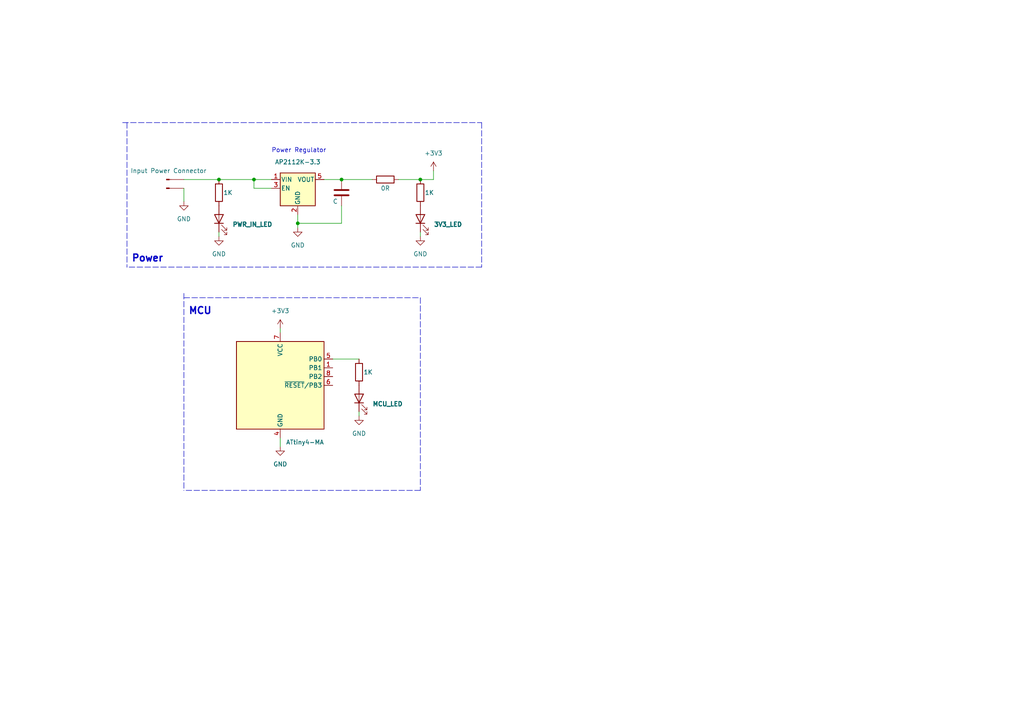
<source format=kicad_sch>
(kicad_sch (version 20211123) (generator eeschema)
  (paper "A4")
  (lib_symbols
    (symbol "Connector:Conn_01x02_Male" (pin_numbers hide) (pin_names (offset 1.016) hide)
      (property "Reference" "J" (at 0 2.54 0))
      (property "Value" "Conn_01x02_Male" (at 0 -5.08 0))
      (symbol "Conn_01x02_Male_1_1"
        (polyline (pts (xy 1.27 -2.54) (xy 0.8636 -2.54)) (stroke (width 0.1524)))
        (polyline (pts (xy 1.27 0) (xy 0.8636 0)) (stroke (width 0.1524)))
        (rectangle (start 0.8636 -2.413) (end 0 -2.667) (stroke (width 0.1524)) (fill (type outline)))
        (rectangle (start 0.8636 0.127) (end 0 -0.127) (stroke (width 0.1524)) (fill (type outline)))
        (pin passive line (at 5.08 0 180) (length 3.81) (name "Pin_1") (number "1"))
        (pin passive line (at 5.08 -2.54 180) (length 3.81) (name "Pin_2") (number "2"))
      )
    )
    (symbol "Device:C" (pin_numbers hide) (pin_names (offset 0.254))
      (property "Reference" "C" (at 0.635 2.54 0))
      (property "Value" "C" (at 0.635 -2.54 0))
      (symbol "C_0_1"
        (polyline (pts (xy -2.032 -0.762) (xy 2.032 -0.762)) (stroke (width 0.508)))
        (polyline (pts (xy -2.032 0.762) (xy 2.032 0.762)) (stroke (width 0.508)))
      )
      (symbol "C_1_1"
        (pin passive line (at 0 3.81 270) (length 2.794) (name "~") (number "1"))
        (pin passive line (at 0 -3.81 90) (length 2.794) (name "~") (number "2"))
      )
    )
    (symbol "Device:LED" (pin_numbers hide) (pin_names (offset 1.016) hide)
      (property "Reference" "D" (at 0 2.54 0))
      (property "Value" "LED" (at 0 -2.54 0))
      (symbol "LED_0_1"
        (polyline (pts (xy -1.27 -1.27) (xy -1.27 1.27)) (stroke (width 0.254)))
        (polyline (pts (xy -1.27 0) (xy 1.27 0)))
        (polyline (pts (xy 1.27 -1.27) (xy 1.27 1.27) (xy -1.27 0) (xy 1.27 -1.27)) (stroke (width 0.254)))
        (polyline (pts (xy -3.048 -0.762) (xy -4.572 -2.286) (xy -3.81 -2.286) (xy -4.572 -2.286) (xy -4.572 -1.524)))
        (polyline (pts (xy -1.778 -0.762) (xy -3.302 -2.286) (xy -2.54 -2.286) (xy -3.302 -2.286) (xy -3.302 -1.524)))
      )
      (symbol "LED_1_1"
        (pin passive line (at -3.81 0 0) (length 2.54) (name "K") (number "1"))
        (pin passive line (at 3.81 0 180) (length 2.54) (name "A") (number "2"))
      )
    )
    (symbol "Device:R" (pin_numbers hide) (pin_names (offset 0))
      (property "Reference" "R" (at 2.032 0 90))
      (property "Value" "R" (at 0 0 90))
      (symbol "R_0_1"
        (rectangle (start -1.016 -2.54) (end 1.016 2.54) (stroke (width 0.254)))
      )
      (symbol "R_1_1"
        (pin passive line (at 0 3.81 270) (length 1.27) (name "~") (number "1"))
        (pin passive line (at 0 -3.81 90) (length 1.27) (name "~") (number "2"))
      )
    )
    (symbol "MCU_Microchip_ATtiny:ATtiny4-MA"
      (property "Reference" "U" (at -12.7 13.97 0))
      (property "Value" "ATtiny4-MA" (at 2.54 -13.97 0))
      (symbol "ATtiny4-MA_0_1"
        (rectangle (start -12.7 -12.7) (end 12.7 12.7) (stroke (width 0.254)) (fill (type background)))
      )
      (symbol "ATtiny4-MA_1_1"
        (pin bidirectional line (at 15.24 5.08 180) (length 2.54) (name "PB1") (number "1"))
        (pin no_connect line (at -12.7 7.62 0) (length 2.54) hide (name "NC") (number "2"))
        (pin no_connect line (at -12.7 5.08 0) (length 2.54) hide (name "NC") (number "3"))
        (pin power_in line (at 0 -15.24 90) (length 2.54) (name "GND") (number "4"))
        (pin bidirectional line (at 15.24 7.62 180) (length 2.54) (name "PB0") (number "5"))
        (pin bidirectional line (at 15.24 0 180) (length 2.54) (name "~{RESET}/PB3") (number "6"))
        (pin power_in line (at 0 15.24 270) (length 2.54) (name "VCC") (number "7"))
        (pin bidirectional line (at 15.24 2.54 180) (length 2.54) (name "PB2") (number "8"))
      )
    )
    (symbol "Regulator_Linear:AP2112K-3.3" (pin_names (offset 0.254))
      (property "Reference" "U" (at -5.08 5.715 0))
      (property "Value" "AP2112K-3.3" (at 0 5.715 0))
      (symbol "AP2112K-3.3_0_1"
        (rectangle (start -5.08 4.445) (end 5.08 -5.08) (stroke (width 0.254)) (fill (type background)))
      )
      (symbol "AP2112K-3.3_1_1"
        (pin power_in line (at -7.62 2.54 0) (length 2.54) (name "VIN") (number "1"))
        (pin power_in line (at 0 -7.62 90) (length 2.54) (name "GND") (number "2"))
        (pin input line (at -7.62 0 0) (length 2.54) (name "EN") (number "3"))
        (pin no_connect line (at 5.08 0 180) (length 2.54) hide (name "NC") (number "4"))
        (pin power_out line (at 7.62 2.54 180) (length 2.54) (name "VOUT") (number "5"))
      )
    )
    (symbol "power:+3V3" (power) (pin_names (offset 0))
      (property "Value" "+3V3" (at 0 3.556 0))
      (symbol "+3V3_0_1"
        (polyline (pts (xy -0.762 1.27) (xy 0 2.54)))
        (polyline (pts (xy 0 0) (xy 0 2.54)))
        (polyline (pts (xy 0 2.54) (xy 0.762 1.27)))
      )
      (symbol "+3V3_1_1"
        (pin power_in line (at 0 0 90) (length 0) hide (name "+3V3") (number "1"))
      )
    )
    (symbol "power:GND" (power) (pin_names (offset 0))
      (property "Value" "GND" (at 0 -3.81 0))
      (symbol "GND_0_1"
        (polyline (pts (xy 0 0) (xy 0 -1.27) (xy 1.27 -1.27) (xy 0 -2.54) (xy -1.27 -1.27) (xy 0 -1.27)))
      )
      (symbol "GND_1_1"
        (pin power_in line (at 0 0 270) (length 0) hide (name "GND") (number "1"))
      )
    )
  )
  (junction (at 63.5 52.07))
  (junction (at 99.06 52.07))
  (junction (at 73.66 52.07))
  (junction (at 121.92 52.07))
  (junction (at 86.36 64.77))
  (polyline (pts (xy 53.34 85.09) (xy 53.34 142.24)))
  (wire (pts (xy 99.06 59.69) (xy 99.06 64.77)))
  (wire (pts (xy 121.92 67.31) (xy 121.92 68.58)))
  (wire (pts (xy 121.92 52.07) (xy 125.73 52.07)))
  (wire (pts (xy 53.34 52.07) (xy 63.5 52.07)))
  (polyline (pts (xy 121.92 86.36) (xy 121.92 142.24)))
  (wire (pts (xy 63.5 52.07) (xy 73.66 52.07)))
  (wire (pts (xy 81.28 95.25) (xy 81.28 96.52)))
  (wire (pts (xy 73.66 52.07) (xy 78.74 52.07)))
  (wire (pts (xy 78.74 54.61) (xy 73.66 54.61)))
  (wire (pts (xy 99.06 52.07) (xy 107.95 52.07)))
  (polyline (pts (xy 139.7 77.47) (xy 36.83 77.47)))
  (polyline (pts (xy 139.7 35.56) (xy 139.7 77.47)))
  (wire (pts (xy 86.36 64.77) (xy 99.06 64.77)))
  (wire (pts (xy 86.36 62.23) (xy 86.36 64.77)))
  (wire (pts (xy 125.73 49.53) (xy 125.73 52.07)))
  (wire (pts (xy 63.5 67.31) (xy 63.5 68.58)))
  (wire (pts (xy 96.52 104.14) (xy 104.14 104.14)))
  (polyline (pts (xy 121.92 142.24) (xy 53.34 142.24)))
  (wire (pts (xy 104.14 119.38) (xy 104.14 120.65)))
  (wire (pts (xy 86.36 64.77) (xy 86.36 66.04)))
  (wire (pts (xy 81.28 127) (xy 81.28 129.54)))
  (wire (pts (xy 73.66 54.61) (xy 73.66 52.07)))
  (polyline (pts (xy 35.56 35.56) (xy 139.7 35.56)))
  (wire (pts (xy 53.34 54.61) (xy 53.34 58.42)))
  (polyline (pts (xy 53.34 86.36) (xy 121.92 86.36)))
  (polyline (pts (xy 36.83 35.56) (xy 36.83 77.47)))
  (wire (pts (xy 93.98 52.07) (xy 99.06 52.07)))
  (wire (pts (xy 115.57 52.07) (xy 121.92 52.07)))
  (text "Power" (at 38.1 76.2 0) (effects (font (size 2 2) (thickness 0.4) bold) (justify left bottom)))
  (text "Power Regulator" (at 78.74 44.45 0) (effects (font (size 1.27 1.27)) (justify left bottom)))
  (text "MCU" (at 54.61 91.44 0) (effects (font (size 2 2) (thickness 0.4) bold) (justify left bottom)))
  (symbol (lib_id "Device:LED") (at 121.92 63.5 90) (unit 1)
    (property "Reference" "D?" (effects hide))
    (property "Value" "3V3_LED" (at 125.73 65.0874 90) (effects (font bold) (justify right)))
  )
  (symbol (lib_id "power:GND") (at 81.28 129.54 0) (unit 1)
    (property "Reference" "#PWR?" (effects hide))
    (property "Value" "GND" (at 81.28 134.62 0))
  )
  (symbol (lib_id "Device:LED") (at 104.14 115.57 90) (unit 1)
    (property "Reference" "D?" (effects hide))
    (property "Value" "MCU_LED" (at 107.95 117.1574 90) (effects (font bold) (justify right)))
  )
  (symbol (lib_id "Device:R") (at 121.92 55.88 0) (unit 1)
    (property "Reference" "R?" (effects hide))
    (property "Value" "1K" (at 123.19 55.88 0) (effects (justify left)))
  )
  (symbol (lib_id "Connector:Conn_01x02_Male") (at 48.26 52.07 0) (unit 1)
    (property "Reference" "J1" (effects hide))
    (property "Value" "Input Power Connector" (at 48.895 49.53 0))
    (property "Footprint" "Connector_PinHeader_2.54mm:PinHeader_1x02_P2.54mm_Vertical_SMD_Pin1Left" (effects hide))
  )
  (symbol (lib_id "power:GND") (at 104.14 120.65 0) (unit 1)
    (property "Reference" "#PWR?" (effects hide))
    (property "Value" "GND" (at 104.14 125.73 0))
  )
  (symbol (lib_id "Regulator_Linear:AP2112K-3.3") (at 86.36 54.61 0) (unit 1)
    (property "Reference" "U1" (effects hide))
    (property "Value" "AP2112K-3.3" (at 86.36 46.99 0))
    (property "Footprint" "Package_TO_SOT_SMD:SOT-23-5" (effects hide))
    (property "Datasheet" "https://www.diodes.com/assets/Datasheets/AP2112.pdf" (effects hide))
  )
  (symbol (lib_id "power:+3V3") (at 81.28 95.25 0) (unit 1)
    (property "Reference" "#PWR?" (effects hide))
    (property "Value" "+3V3" (at 81.28 90.17 0))
  )
  (symbol (lib_id "power:+3V3") (at 125.73 49.53 0) (unit 1)
    (property "Reference" "#PWR0102" (effects hide))
    (property "Value" "+3V3" (at 125.73 44.45 0))
  )
  (symbol (lib_id "Device:R") (at 63.5 55.88 0) (unit 1)
    (property "Reference" "R?" (effects hide))
    (property "Value" "1K" (at 64.77 55.88 0) (effects (justify left)))
  )
  (symbol (lib_id "power:GND") (at 63.5 68.58 0) (unit 1)
    (property "Reference" "#PWR?" (effects hide))
    (property "Value" "GND" (at 63.5 73.66 0))
  )
  (symbol (lib_id "Device:R") (at 111.76 52.07 90) (unit 1)
    (property "Reference" "R1" (effects hide))
    (property "Value" "0R" (at 111.76 54.61 90))
    (property "Footprint" "Resistor_SMD:R_0805_2012Metric_Pad1.20x1.40mm_HandSolder" (effects hide))
  )
  (symbol (lib_id "Device:R") (at 104.14 107.95 0) (unit 1)
    (property "Reference" "R?" (effects hide))
    (property "Value" "1K" (at 105.41 107.95 0) (effects (justify left)))
  )
  (symbol (lib_id "Device:LED") (at 63.5 63.5 90) (unit 1)
    (property "Reference" "D?" (effects hide))
    (property "Value" "PWR_IN_LED" (at 67.31 65.0874 90) (effects (font bold) (justify right)))
  )
  (symbol (lib_id "MCU_Microchip_ATtiny:ATtiny4-MA") (at 81.28 111.76 0) (unit 1)
    (property "Reference" "U?" (effects hide))
    (property "Value" "ATtiny4-MA" (at 93.98 128.27 0) (effects (justify right)))
    (property "Footprint" "Package_DFN_QFN:DFN-8-1EP_2x2mm_P0.5mm_EP0.9x1.5mm" (effects hide))
    (property "Datasheet" "http://ww1.microchip.com/downloads/en/DeviceDoc/Atmel-8127-AVR-8-bit-Microcontroller-ATtiny4-ATtiny5-ATtiny9-ATtiny10_Datasheet.pdf" (effects hide))
  )
  (symbol (lib_id "power:GND") (at 121.92 68.58 0) (unit 1)
    (property "Reference" "#PWR?" (effects hide))
    (property "Value" "GND" (at 121.92 73.66 0))
  )
  (symbol (lib_id "power:GND") (at 53.34 58.42 0) (mirror y) (unit 1)
    (property "Reference" "#PWR0101" (effects hide))
    (property "Value" "GND" (at 53.34 63.5 0))
  )
  (symbol (lib_id "power:GND") (at 86.36 66.04 0) (mirror y) (unit 1)
    (property "Reference" "#PWR0103" (effects hide))
    (property "Value" "GND" (at 86.36 71.12 0))
  )
  (symbol (lib_id "Device:C") (at 99.06 55.88 0) (unit 1)
    (property "Reference" "C1" (effects hide))
    (property "Value" "C" (at 96.52 58.42 0) (effects (justify left)))
    (property "Footprint" "Capacitor_SMD:C_0805_2012Metric_Pad1.18x1.45mm_HandSolder" (effects hide))
  )
)
</source>
